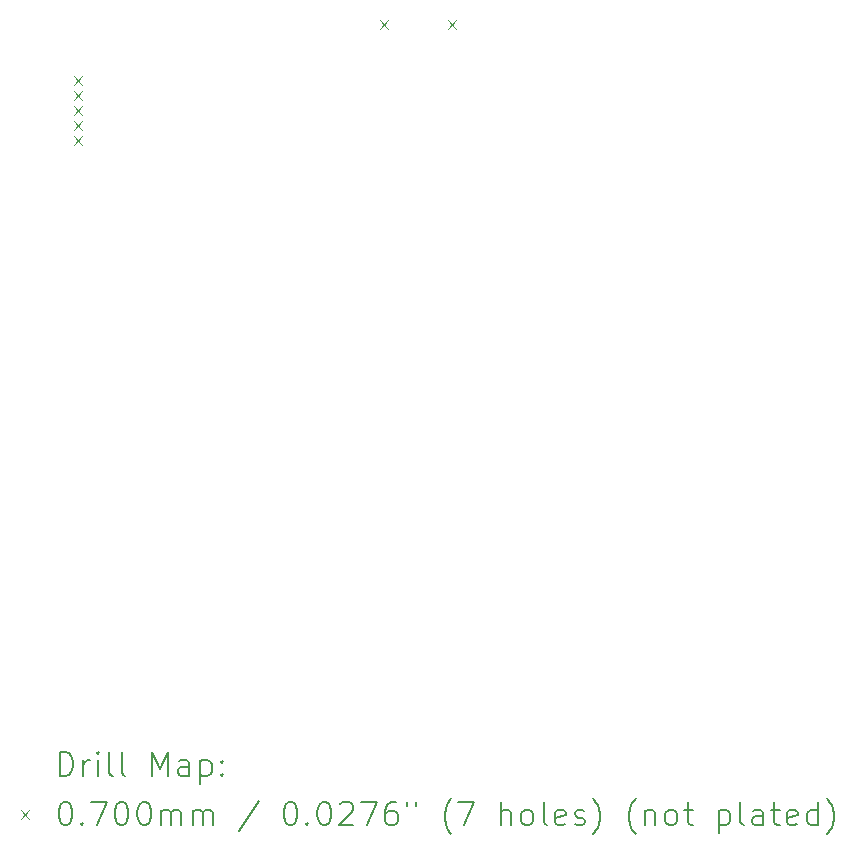
<source format=gbr>
%TF.GenerationSoftware,KiCad,Pcbnew,7.0.7*%
%TF.CreationDate,2023-09-24T12:38:01+02:00*%
%TF.ProjectId,RF Energy Harvesting LK-R37 Enclosure,52462045-6e65-4726-9779-204861727665,Beta R4*%
%TF.SameCoordinates,Original*%
%TF.FileFunction,Drillmap*%
%TF.FilePolarity,Positive*%
%FSLAX45Y45*%
G04 Gerber Fmt 4.5, Leading zero omitted, Abs format (unit mm)*
G04 Created by KiCad (PCBNEW 7.0.7) date 2023-09-24 12:38:01*
%MOMM*%
%LPD*%
G01*
G04 APERTURE LIST*
%ADD10C,0.200000*%
%ADD11C,0.070000*%
G04 APERTURE END LIST*
D10*
D11*
X12603550Y-8078000D02*
X12673550Y-8148000D01*
X12673550Y-8078000D02*
X12603550Y-8148000D01*
X12603550Y-8205000D02*
X12673550Y-8275000D01*
X12673550Y-8205000D02*
X12603550Y-8275000D01*
X12603550Y-8332000D02*
X12673550Y-8402000D01*
X12673550Y-8332000D02*
X12603550Y-8402000D01*
X12603550Y-8459000D02*
X12673550Y-8529000D01*
X12673550Y-8459000D02*
X12603550Y-8529000D01*
X12603550Y-8586000D02*
X12673550Y-8656000D01*
X12673550Y-8586000D02*
X12603550Y-8656000D01*
X15194000Y-7605000D02*
X15264000Y-7675000D01*
X15264000Y-7605000D02*
X15194000Y-7675000D01*
X15772000Y-7605000D02*
X15842000Y-7675000D01*
X15842000Y-7605000D02*
X15772000Y-7675000D01*
D10*
X12487040Y-14000483D02*
X12487040Y-13800483D01*
X12487040Y-13800483D02*
X12534659Y-13800483D01*
X12534659Y-13800483D02*
X12563231Y-13810007D01*
X12563231Y-13810007D02*
X12582279Y-13829055D01*
X12582279Y-13829055D02*
X12591802Y-13848102D01*
X12591802Y-13848102D02*
X12601326Y-13886198D01*
X12601326Y-13886198D02*
X12601326Y-13914769D01*
X12601326Y-13914769D02*
X12591802Y-13952864D01*
X12591802Y-13952864D02*
X12582279Y-13971912D01*
X12582279Y-13971912D02*
X12563231Y-13990960D01*
X12563231Y-13990960D02*
X12534659Y-14000483D01*
X12534659Y-14000483D02*
X12487040Y-14000483D01*
X12687040Y-14000483D02*
X12687040Y-13867150D01*
X12687040Y-13905245D02*
X12696564Y-13886198D01*
X12696564Y-13886198D02*
X12706088Y-13876674D01*
X12706088Y-13876674D02*
X12725136Y-13867150D01*
X12725136Y-13867150D02*
X12744183Y-13867150D01*
X12810850Y-14000483D02*
X12810850Y-13867150D01*
X12810850Y-13800483D02*
X12801326Y-13810007D01*
X12801326Y-13810007D02*
X12810850Y-13819531D01*
X12810850Y-13819531D02*
X12820374Y-13810007D01*
X12820374Y-13810007D02*
X12810850Y-13800483D01*
X12810850Y-13800483D02*
X12810850Y-13819531D01*
X12934659Y-14000483D02*
X12915612Y-13990960D01*
X12915612Y-13990960D02*
X12906088Y-13971912D01*
X12906088Y-13971912D02*
X12906088Y-13800483D01*
X13039421Y-14000483D02*
X13020374Y-13990960D01*
X13020374Y-13990960D02*
X13010850Y-13971912D01*
X13010850Y-13971912D02*
X13010850Y-13800483D01*
X13267993Y-14000483D02*
X13267993Y-13800483D01*
X13267993Y-13800483D02*
X13334660Y-13943340D01*
X13334660Y-13943340D02*
X13401326Y-13800483D01*
X13401326Y-13800483D02*
X13401326Y-14000483D01*
X13582279Y-14000483D02*
X13582279Y-13895721D01*
X13582279Y-13895721D02*
X13572755Y-13876674D01*
X13572755Y-13876674D02*
X13553707Y-13867150D01*
X13553707Y-13867150D02*
X13515612Y-13867150D01*
X13515612Y-13867150D02*
X13496564Y-13876674D01*
X13582279Y-13990960D02*
X13563231Y-14000483D01*
X13563231Y-14000483D02*
X13515612Y-14000483D01*
X13515612Y-14000483D02*
X13496564Y-13990960D01*
X13496564Y-13990960D02*
X13487040Y-13971912D01*
X13487040Y-13971912D02*
X13487040Y-13952864D01*
X13487040Y-13952864D02*
X13496564Y-13933817D01*
X13496564Y-13933817D02*
X13515612Y-13924293D01*
X13515612Y-13924293D02*
X13563231Y-13924293D01*
X13563231Y-13924293D02*
X13582279Y-13914769D01*
X13677517Y-13867150D02*
X13677517Y-14067150D01*
X13677517Y-13876674D02*
X13696564Y-13867150D01*
X13696564Y-13867150D02*
X13734660Y-13867150D01*
X13734660Y-13867150D02*
X13753707Y-13876674D01*
X13753707Y-13876674D02*
X13763231Y-13886198D01*
X13763231Y-13886198D02*
X13772755Y-13905245D01*
X13772755Y-13905245D02*
X13772755Y-13962388D01*
X13772755Y-13962388D02*
X13763231Y-13981436D01*
X13763231Y-13981436D02*
X13753707Y-13990960D01*
X13753707Y-13990960D02*
X13734660Y-14000483D01*
X13734660Y-14000483D02*
X13696564Y-14000483D01*
X13696564Y-14000483D02*
X13677517Y-13990960D01*
X13858469Y-13981436D02*
X13867993Y-13990960D01*
X13867993Y-13990960D02*
X13858469Y-14000483D01*
X13858469Y-14000483D02*
X13848945Y-13990960D01*
X13848945Y-13990960D02*
X13858469Y-13981436D01*
X13858469Y-13981436D02*
X13858469Y-14000483D01*
X13858469Y-13876674D02*
X13867993Y-13886198D01*
X13867993Y-13886198D02*
X13858469Y-13895721D01*
X13858469Y-13895721D02*
X13848945Y-13886198D01*
X13848945Y-13886198D02*
X13858469Y-13876674D01*
X13858469Y-13876674D02*
X13858469Y-13895721D01*
D11*
X12156264Y-14294000D02*
X12226264Y-14364000D01*
X12226264Y-14294000D02*
X12156264Y-14364000D01*
D10*
X12525136Y-14220483D02*
X12544183Y-14220483D01*
X12544183Y-14220483D02*
X12563231Y-14230007D01*
X12563231Y-14230007D02*
X12572755Y-14239531D01*
X12572755Y-14239531D02*
X12582279Y-14258579D01*
X12582279Y-14258579D02*
X12591802Y-14296674D01*
X12591802Y-14296674D02*
X12591802Y-14344293D01*
X12591802Y-14344293D02*
X12582279Y-14382388D01*
X12582279Y-14382388D02*
X12572755Y-14401436D01*
X12572755Y-14401436D02*
X12563231Y-14410960D01*
X12563231Y-14410960D02*
X12544183Y-14420483D01*
X12544183Y-14420483D02*
X12525136Y-14420483D01*
X12525136Y-14420483D02*
X12506088Y-14410960D01*
X12506088Y-14410960D02*
X12496564Y-14401436D01*
X12496564Y-14401436D02*
X12487040Y-14382388D01*
X12487040Y-14382388D02*
X12477517Y-14344293D01*
X12477517Y-14344293D02*
X12477517Y-14296674D01*
X12477517Y-14296674D02*
X12487040Y-14258579D01*
X12487040Y-14258579D02*
X12496564Y-14239531D01*
X12496564Y-14239531D02*
X12506088Y-14230007D01*
X12506088Y-14230007D02*
X12525136Y-14220483D01*
X12677517Y-14401436D02*
X12687040Y-14410960D01*
X12687040Y-14410960D02*
X12677517Y-14420483D01*
X12677517Y-14420483D02*
X12667993Y-14410960D01*
X12667993Y-14410960D02*
X12677517Y-14401436D01*
X12677517Y-14401436D02*
X12677517Y-14420483D01*
X12753707Y-14220483D02*
X12887040Y-14220483D01*
X12887040Y-14220483D02*
X12801326Y-14420483D01*
X13001326Y-14220483D02*
X13020374Y-14220483D01*
X13020374Y-14220483D02*
X13039421Y-14230007D01*
X13039421Y-14230007D02*
X13048945Y-14239531D01*
X13048945Y-14239531D02*
X13058469Y-14258579D01*
X13058469Y-14258579D02*
X13067993Y-14296674D01*
X13067993Y-14296674D02*
X13067993Y-14344293D01*
X13067993Y-14344293D02*
X13058469Y-14382388D01*
X13058469Y-14382388D02*
X13048945Y-14401436D01*
X13048945Y-14401436D02*
X13039421Y-14410960D01*
X13039421Y-14410960D02*
X13020374Y-14420483D01*
X13020374Y-14420483D02*
X13001326Y-14420483D01*
X13001326Y-14420483D02*
X12982279Y-14410960D01*
X12982279Y-14410960D02*
X12972755Y-14401436D01*
X12972755Y-14401436D02*
X12963231Y-14382388D01*
X12963231Y-14382388D02*
X12953707Y-14344293D01*
X12953707Y-14344293D02*
X12953707Y-14296674D01*
X12953707Y-14296674D02*
X12963231Y-14258579D01*
X12963231Y-14258579D02*
X12972755Y-14239531D01*
X12972755Y-14239531D02*
X12982279Y-14230007D01*
X12982279Y-14230007D02*
X13001326Y-14220483D01*
X13191802Y-14220483D02*
X13210850Y-14220483D01*
X13210850Y-14220483D02*
X13229898Y-14230007D01*
X13229898Y-14230007D02*
X13239421Y-14239531D01*
X13239421Y-14239531D02*
X13248945Y-14258579D01*
X13248945Y-14258579D02*
X13258469Y-14296674D01*
X13258469Y-14296674D02*
X13258469Y-14344293D01*
X13258469Y-14344293D02*
X13248945Y-14382388D01*
X13248945Y-14382388D02*
X13239421Y-14401436D01*
X13239421Y-14401436D02*
X13229898Y-14410960D01*
X13229898Y-14410960D02*
X13210850Y-14420483D01*
X13210850Y-14420483D02*
X13191802Y-14420483D01*
X13191802Y-14420483D02*
X13172755Y-14410960D01*
X13172755Y-14410960D02*
X13163231Y-14401436D01*
X13163231Y-14401436D02*
X13153707Y-14382388D01*
X13153707Y-14382388D02*
X13144183Y-14344293D01*
X13144183Y-14344293D02*
X13144183Y-14296674D01*
X13144183Y-14296674D02*
X13153707Y-14258579D01*
X13153707Y-14258579D02*
X13163231Y-14239531D01*
X13163231Y-14239531D02*
X13172755Y-14230007D01*
X13172755Y-14230007D02*
X13191802Y-14220483D01*
X13344183Y-14420483D02*
X13344183Y-14287150D01*
X13344183Y-14306198D02*
X13353707Y-14296674D01*
X13353707Y-14296674D02*
X13372755Y-14287150D01*
X13372755Y-14287150D02*
X13401326Y-14287150D01*
X13401326Y-14287150D02*
X13420374Y-14296674D01*
X13420374Y-14296674D02*
X13429898Y-14315721D01*
X13429898Y-14315721D02*
X13429898Y-14420483D01*
X13429898Y-14315721D02*
X13439421Y-14296674D01*
X13439421Y-14296674D02*
X13458469Y-14287150D01*
X13458469Y-14287150D02*
X13487040Y-14287150D01*
X13487040Y-14287150D02*
X13506088Y-14296674D01*
X13506088Y-14296674D02*
X13515612Y-14315721D01*
X13515612Y-14315721D02*
X13515612Y-14420483D01*
X13610850Y-14420483D02*
X13610850Y-14287150D01*
X13610850Y-14306198D02*
X13620374Y-14296674D01*
X13620374Y-14296674D02*
X13639421Y-14287150D01*
X13639421Y-14287150D02*
X13667993Y-14287150D01*
X13667993Y-14287150D02*
X13687041Y-14296674D01*
X13687041Y-14296674D02*
X13696564Y-14315721D01*
X13696564Y-14315721D02*
X13696564Y-14420483D01*
X13696564Y-14315721D02*
X13706088Y-14296674D01*
X13706088Y-14296674D02*
X13725136Y-14287150D01*
X13725136Y-14287150D02*
X13753707Y-14287150D01*
X13753707Y-14287150D02*
X13772755Y-14296674D01*
X13772755Y-14296674D02*
X13782279Y-14315721D01*
X13782279Y-14315721D02*
X13782279Y-14420483D01*
X14172755Y-14210960D02*
X14001326Y-14468102D01*
X14429898Y-14220483D02*
X14448945Y-14220483D01*
X14448945Y-14220483D02*
X14467993Y-14230007D01*
X14467993Y-14230007D02*
X14477517Y-14239531D01*
X14477517Y-14239531D02*
X14487041Y-14258579D01*
X14487041Y-14258579D02*
X14496564Y-14296674D01*
X14496564Y-14296674D02*
X14496564Y-14344293D01*
X14496564Y-14344293D02*
X14487041Y-14382388D01*
X14487041Y-14382388D02*
X14477517Y-14401436D01*
X14477517Y-14401436D02*
X14467993Y-14410960D01*
X14467993Y-14410960D02*
X14448945Y-14420483D01*
X14448945Y-14420483D02*
X14429898Y-14420483D01*
X14429898Y-14420483D02*
X14410850Y-14410960D01*
X14410850Y-14410960D02*
X14401326Y-14401436D01*
X14401326Y-14401436D02*
X14391803Y-14382388D01*
X14391803Y-14382388D02*
X14382279Y-14344293D01*
X14382279Y-14344293D02*
X14382279Y-14296674D01*
X14382279Y-14296674D02*
X14391803Y-14258579D01*
X14391803Y-14258579D02*
X14401326Y-14239531D01*
X14401326Y-14239531D02*
X14410850Y-14230007D01*
X14410850Y-14230007D02*
X14429898Y-14220483D01*
X14582279Y-14401436D02*
X14591803Y-14410960D01*
X14591803Y-14410960D02*
X14582279Y-14420483D01*
X14582279Y-14420483D02*
X14572755Y-14410960D01*
X14572755Y-14410960D02*
X14582279Y-14401436D01*
X14582279Y-14401436D02*
X14582279Y-14420483D01*
X14715612Y-14220483D02*
X14734660Y-14220483D01*
X14734660Y-14220483D02*
X14753707Y-14230007D01*
X14753707Y-14230007D02*
X14763231Y-14239531D01*
X14763231Y-14239531D02*
X14772755Y-14258579D01*
X14772755Y-14258579D02*
X14782279Y-14296674D01*
X14782279Y-14296674D02*
X14782279Y-14344293D01*
X14782279Y-14344293D02*
X14772755Y-14382388D01*
X14772755Y-14382388D02*
X14763231Y-14401436D01*
X14763231Y-14401436D02*
X14753707Y-14410960D01*
X14753707Y-14410960D02*
X14734660Y-14420483D01*
X14734660Y-14420483D02*
X14715612Y-14420483D01*
X14715612Y-14420483D02*
X14696564Y-14410960D01*
X14696564Y-14410960D02*
X14687041Y-14401436D01*
X14687041Y-14401436D02*
X14677517Y-14382388D01*
X14677517Y-14382388D02*
X14667993Y-14344293D01*
X14667993Y-14344293D02*
X14667993Y-14296674D01*
X14667993Y-14296674D02*
X14677517Y-14258579D01*
X14677517Y-14258579D02*
X14687041Y-14239531D01*
X14687041Y-14239531D02*
X14696564Y-14230007D01*
X14696564Y-14230007D02*
X14715612Y-14220483D01*
X14858469Y-14239531D02*
X14867993Y-14230007D01*
X14867993Y-14230007D02*
X14887041Y-14220483D01*
X14887041Y-14220483D02*
X14934660Y-14220483D01*
X14934660Y-14220483D02*
X14953707Y-14230007D01*
X14953707Y-14230007D02*
X14963231Y-14239531D01*
X14963231Y-14239531D02*
X14972755Y-14258579D01*
X14972755Y-14258579D02*
X14972755Y-14277626D01*
X14972755Y-14277626D02*
X14963231Y-14306198D01*
X14963231Y-14306198D02*
X14848945Y-14420483D01*
X14848945Y-14420483D02*
X14972755Y-14420483D01*
X15039422Y-14220483D02*
X15172755Y-14220483D01*
X15172755Y-14220483D02*
X15087041Y-14420483D01*
X15334660Y-14220483D02*
X15296564Y-14220483D01*
X15296564Y-14220483D02*
X15277517Y-14230007D01*
X15277517Y-14230007D02*
X15267993Y-14239531D01*
X15267993Y-14239531D02*
X15248945Y-14268102D01*
X15248945Y-14268102D02*
X15239422Y-14306198D01*
X15239422Y-14306198D02*
X15239422Y-14382388D01*
X15239422Y-14382388D02*
X15248945Y-14401436D01*
X15248945Y-14401436D02*
X15258469Y-14410960D01*
X15258469Y-14410960D02*
X15277517Y-14420483D01*
X15277517Y-14420483D02*
X15315612Y-14420483D01*
X15315612Y-14420483D02*
X15334660Y-14410960D01*
X15334660Y-14410960D02*
X15344184Y-14401436D01*
X15344184Y-14401436D02*
X15353707Y-14382388D01*
X15353707Y-14382388D02*
X15353707Y-14334769D01*
X15353707Y-14334769D02*
X15344184Y-14315721D01*
X15344184Y-14315721D02*
X15334660Y-14306198D01*
X15334660Y-14306198D02*
X15315612Y-14296674D01*
X15315612Y-14296674D02*
X15277517Y-14296674D01*
X15277517Y-14296674D02*
X15258469Y-14306198D01*
X15258469Y-14306198D02*
X15248945Y-14315721D01*
X15248945Y-14315721D02*
X15239422Y-14334769D01*
X15429898Y-14220483D02*
X15429898Y-14258579D01*
X15506088Y-14220483D02*
X15506088Y-14258579D01*
X15801327Y-14496674D02*
X15791803Y-14487150D01*
X15791803Y-14487150D02*
X15772755Y-14458579D01*
X15772755Y-14458579D02*
X15763231Y-14439531D01*
X15763231Y-14439531D02*
X15753707Y-14410960D01*
X15753707Y-14410960D02*
X15744184Y-14363340D01*
X15744184Y-14363340D02*
X15744184Y-14325245D01*
X15744184Y-14325245D02*
X15753707Y-14277626D01*
X15753707Y-14277626D02*
X15763231Y-14249055D01*
X15763231Y-14249055D02*
X15772755Y-14230007D01*
X15772755Y-14230007D02*
X15791803Y-14201436D01*
X15791803Y-14201436D02*
X15801327Y-14191912D01*
X15858469Y-14220483D02*
X15991803Y-14220483D01*
X15991803Y-14220483D02*
X15906088Y-14420483D01*
X16220374Y-14420483D02*
X16220374Y-14220483D01*
X16306088Y-14420483D02*
X16306088Y-14315721D01*
X16306088Y-14315721D02*
X16296565Y-14296674D01*
X16296565Y-14296674D02*
X16277517Y-14287150D01*
X16277517Y-14287150D02*
X16248946Y-14287150D01*
X16248946Y-14287150D02*
X16229898Y-14296674D01*
X16229898Y-14296674D02*
X16220374Y-14306198D01*
X16429898Y-14420483D02*
X16410850Y-14410960D01*
X16410850Y-14410960D02*
X16401327Y-14401436D01*
X16401327Y-14401436D02*
X16391803Y-14382388D01*
X16391803Y-14382388D02*
X16391803Y-14325245D01*
X16391803Y-14325245D02*
X16401327Y-14306198D01*
X16401327Y-14306198D02*
X16410850Y-14296674D01*
X16410850Y-14296674D02*
X16429898Y-14287150D01*
X16429898Y-14287150D02*
X16458469Y-14287150D01*
X16458469Y-14287150D02*
X16477517Y-14296674D01*
X16477517Y-14296674D02*
X16487041Y-14306198D01*
X16487041Y-14306198D02*
X16496565Y-14325245D01*
X16496565Y-14325245D02*
X16496565Y-14382388D01*
X16496565Y-14382388D02*
X16487041Y-14401436D01*
X16487041Y-14401436D02*
X16477517Y-14410960D01*
X16477517Y-14410960D02*
X16458469Y-14420483D01*
X16458469Y-14420483D02*
X16429898Y-14420483D01*
X16610850Y-14420483D02*
X16591803Y-14410960D01*
X16591803Y-14410960D02*
X16582279Y-14391912D01*
X16582279Y-14391912D02*
X16582279Y-14220483D01*
X16763231Y-14410960D02*
X16744184Y-14420483D01*
X16744184Y-14420483D02*
X16706088Y-14420483D01*
X16706088Y-14420483D02*
X16687041Y-14410960D01*
X16687041Y-14410960D02*
X16677517Y-14391912D01*
X16677517Y-14391912D02*
X16677517Y-14315721D01*
X16677517Y-14315721D02*
X16687041Y-14296674D01*
X16687041Y-14296674D02*
X16706088Y-14287150D01*
X16706088Y-14287150D02*
X16744184Y-14287150D01*
X16744184Y-14287150D02*
X16763231Y-14296674D01*
X16763231Y-14296674D02*
X16772755Y-14315721D01*
X16772755Y-14315721D02*
X16772755Y-14334769D01*
X16772755Y-14334769D02*
X16677517Y-14353817D01*
X16848946Y-14410960D02*
X16867993Y-14420483D01*
X16867993Y-14420483D02*
X16906089Y-14420483D01*
X16906089Y-14420483D02*
X16925136Y-14410960D01*
X16925136Y-14410960D02*
X16934660Y-14391912D01*
X16934660Y-14391912D02*
X16934660Y-14382388D01*
X16934660Y-14382388D02*
X16925136Y-14363340D01*
X16925136Y-14363340D02*
X16906089Y-14353817D01*
X16906089Y-14353817D02*
X16877517Y-14353817D01*
X16877517Y-14353817D02*
X16858470Y-14344293D01*
X16858470Y-14344293D02*
X16848946Y-14325245D01*
X16848946Y-14325245D02*
X16848946Y-14315721D01*
X16848946Y-14315721D02*
X16858470Y-14296674D01*
X16858470Y-14296674D02*
X16877517Y-14287150D01*
X16877517Y-14287150D02*
X16906089Y-14287150D01*
X16906089Y-14287150D02*
X16925136Y-14296674D01*
X17001327Y-14496674D02*
X17010851Y-14487150D01*
X17010851Y-14487150D02*
X17029898Y-14458579D01*
X17029898Y-14458579D02*
X17039422Y-14439531D01*
X17039422Y-14439531D02*
X17048946Y-14410960D01*
X17048946Y-14410960D02*
X17058470Y-14363340D01*
X17058470Y-14363340D02*
X17058470Y-14325245D01*
X17058470Y-14325245D02*
X17048946Y-14277626D01*
X17048946Y-14277626D02*
X17039422Y-14249055D01*
X17039422Y-14249055D02*
X17029898Y-14230007D01*
X17029898Y-14230007D02*
X17010851Y-14201436D01*
X17010851Y-14201436D02*
X17001327Y-14191912D01*
X17363232Y-14496674D02*
X17353708Y-14487150D01*
X17353708Y-14487150D02*
X17334660Y-14458579D01*
X17334660Y-14458579D02*
X17325136Y-14439531D01*
X17325136Y-14439531D02*
X17315612Y-14410960D01*
X17315612Y-14410960D02*
X17306089Y-14363340D01*
X17306089Y-14363340D02*
X17306089Y-14325245D01*
X17306089Y-14325245D02*
X17315612Y-14277626D01*
X17315612Y-14277626D02*
X17325136Y-14249055D01*
X17325136Y-14249055D02*
X17334660Y-14230007D01*
X17334660Y-14230007D02*
X17353708Y-14201436D01*
X17353708Y-14201436D02*
X17363232Y-14191912D01*
X17439422Y-14287150D02*
X17439422Y-14420483D01*
X17439422Y-14306198D02*
X17448946Y-14296674D01*
X17448946Y-14296674D02*
X17467993Y-14287150D01*
X17467993Y-14287150D02*
X17496565Y-14287150D01*
X17496565Y-14287150D02*
X17515612Y-14296674D01*
X17515612Y-14296674D02*
X17525136Y-14315721D01*
X17525136Y-14315721D02*
X17525136Y-14420483D01*
X17648946Y-14420483D02*
X17629898Y-14410960D01*
X17629898Y-14410960D02*
X17620374Y-14401436D01*
X17620374Y-14401436D02*
X17610851Y-14382388D01*
X17610851Y-14382388D02*
X17610851Y-14325245D01*
X17610851Y-14325245D02*
X17620374Y-14306198D01*
X17620374Y-14306198D02*
X17629898Y-14296674D01*
X17629898Y-14296674D02*
X17648946Y-14287150D01*
X17648946Y-14287150D02*
X17677517Y-14287150D01*
X17677517Y-14287150D02*
X17696565Y-14296674D01*
X17696565Y-14296674D02*
X17706089Y-14306198D01*
X17706089Y-14306198D02*
X17715612Y-14325245D01*
X17715612Y-14325245D02*
X17715612Y-14382388D01*
X17715612Y-14382388D02*
X17706089Y-14401436D01*
X17706089Y-14401436D02*
X17696565Y-14410960D01*
X17696565Y-14410960D02*
X17677517Y-14420483D01*
X17677517Y-14420483D02*
X17648946Y-14420483D01*
X17772755Y-14287150D02*
X17848946Y-14287150D01*
X17801327Y-14220483D02*
X17801327Y-14391912D01*
X17801327Y-14391912D02*
X17810851Y-14410960D01*
X17810851Y-14410960D02*
X17829898Y-14420483D01*
X17829898Y-14420483D02*
X17848946Y-14420483D01*
X18067993Y-14287150D02*
X18067993Y-14487150D01*
X18067993Y-14296674D02*
X18087041Y-14287150D01*
X18087041Y-14287150D02*
X18125136Y-14287150D01*
X18125136Y-14287150D02*
X18144184Y-14296674D01*
X18144184Y-14296674D02*
X18153708Y-14306198D01*
X18153708Y-14306198D02*
X18163232Y-14325245D01*
X18163232Y-14325245D02*
X18163232Y-14382388D01*
X18163232Y-14382388D02*
X18153708Y-14401436D01*
X18153708Y-14401436D02*
X18144184Y-14410960D01*
X18144184Y-14410960D02*
X18125136Y-14420483D01*
X18125136Y-14420483D02*
X18087041Y-14420483D01*
X18087041Y-14420483D02*
X18067993Y-14410960D01*
X18277517Y-14420483D02*
X18258470Y-14410960D01*
X18258470Y-14410960D02*
X18248946Y-14391912D01*
X18248946Y-14391912D02*
X18248946Y-14220483D01*
X18439422Y-14420483D02*
X18439422Y-14315721D01*
X18439422Y-14315721D02*
X18429898Y-14296674D01*
X18429898Y-14296674D02*
X18410851Y-14287150D01*
X18410851Y-14287150D02*
X18372755Y-14287150D01*
X18372755Y-14287150D02*
X18353708Y-14296674D01*
X18439422Y-14410960D02*
X18420374Y-14420483D01*
X18420374Y-14420483D02*
X18372755Y-14420483D01*
X18372755Y-14420483D02*
X18353708Y-14410960D01*
X18353708Y-14410960D02*
X18344184Y-14391912D01*
X18344184Y-14391912D02*
X18344184Y-14372864D01*
X18344184Y-14372864D02*
X18353708Y-14353817D01*
X18353708Y-14353817D02*
X18372755Y-14344293D01*
X18372755Y-14344293D02*
X18420374Y-14344293D01*
X18420374Y-14344293D02*
X18439422Y-14334769D01*
X18506089Y-14287150D02*
X18582279Y-14287150D01*
X18534660Y-14220483D02*
X18534660Y-14391912D01*
X18534660Y-14391912D02*
X18544184Y-14410960D01*
X18544184Y-14410960D02*
X18563232Y-14420483D01*
X18563232Y-14420483D02*
X18582279Y-14420483D01*
X18725136Y-14410960D02*
X18706089Y-14420483D01*
X18706089Y-14420483D02*
X18667993Y-14420483D01*
X18667993Y-14420483D02*
X18648946Y-14410960D01*
X18648946Y-14410960D02*
X18639422Y-14391912D01*
X18639422Y-14391912D02*
X18639422Y-14315721D01*
X18639422Y-14315721D02*
X18648946Y-14296674D01*
X18648946Y-14296674D02*
X18667993Y-14287150D01*
X18667993Y-14287150D02*
X18706089Y-14287150D01*
X18706089Y-14287150D02*
X18725136Y-14296674D01*
X18725136Y-14296674D02*
X18734660Y-14315721D01*
X18734660Y-14315721D02*
X18734660Y-14334769D01*
X18734660Y-14334769D02*
X18639422Y-14353817D01*
X18906089Y-14420483D02*
X18906089Y-14220483D01*
X18906089Y-14410960D02*
X18887041Y-14420483D01*
X18887041Y-14420483D02*
X18848946Y-14420483D01*
X18848946Y-14420483D02*
X18829898Y-14410960D01*
X18829898Y-14410960D02*
X18820374Y-14401436D01*
X18820374Y-14401436D02*
X18810851Y-14382388D01*
X18810851Y-14382388D02*
X18810851Y-14325245D01*
X18810851Y-14325245D02*
X18820374Y-14306198D01*
X18820374Y-14306198D02*
X18829898Y-14296674D01*
X18829898Y-14296674D02*
X18848946Y-14287150D01*
X18848946Y-14287150D02*
X18887041Y-14287150D01*
X18887041Y-14287150D02*
X18906089Y-14296674D01*
X18982279Y-14496674D02*
X18991803Y-14487150D01*
X18991803Y-14487150D02*
X19010851Y-14458579D01*
X19010851Y-14458579D02*
X19020374Y-14439531D01*
X19020374Y-14439531D02*
X19029898Y-14410960D01*
X19029898Y-14410960D02*
X19039422Y-14363340D01*
X19039422Y-14363340D02*
X19039422Y-14325245D01*
X19039422Y-14325245D02*
X19029898Y-14277626D01*
X19029898Y-14277626D02*
X19020374Y-14249055D01*
X19020374Y-14249055D02*
X19010851Y-14230007D01*
X19010851Y-14230007D02*
X18991803Y-14201436D01*
X18991803Y-14201436D02*
X18982279Y-14191912D01*
M02*

</source>
